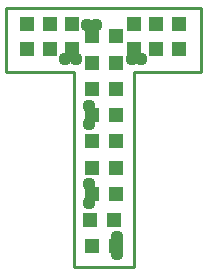
<source format=gts>
G75*
%MOIN*%
%OFA0B0*%
%FSLAX24Y24*%
%IPPOS*%
%LPD*%
%AMOC8*
5,1,8,0,0,1.08239X$1,22.5*
%
%ADD10C,0.0100*%
%ADD11R,0.0512X0.0512*%
%ADD12C,0.0437*%
D10*
X004642Y002517D02*
X006642Y002517D01*
X006642Y009017D01*
X008892Y009017D01*
X008892Y011142D01*
X002392Y011142D01*
X002392Y009017D01*
X004642Y009017D01*
X004642Y002517D01*
D11*
X005228Y003204D03*
X006055Y003204D03*
X005993Y004079D03*
X005166Y004079D03*
X005228Y004954D03*
X006055Y004954D03*
X006055Y005829D03*
X005228Y005829D03*
X005228Y006704D03*
X006055Y006704D03*
X006055Y007579D03*
X005228Y007579D03*
X005228Y008454D03*
X006055Y008454D03*
X006055Y009329D03*
X006642Y009791D03*
X006055Y010204D03*
X006642Y010618D03*
X007392Y010618D03*
X008142Y010618D03*
X008142Y009791D03*
X007392Y009791D03*
X005228Y010204D03*
X004579Y009791D03*
X005228Y009329D03*
X004579Y010618D03*
X003829Y010618D03*
X003079Y010618D03*
X003079Y009791D03*
X003829Y009791D03*
D12*
X004329Y009454D03*
X004704Y009454D03*
X005079Y010579D03*
X005392Y010579D03*
X006579Y009454D03*
X006892Y009454D03*
X005142Y007892D03*
X005142Y007267D03*
X005142Y005267D03*
X005142Y004642D03*
X006079Y003517D03*
X006079Y002954D03*
M02*

</source>
